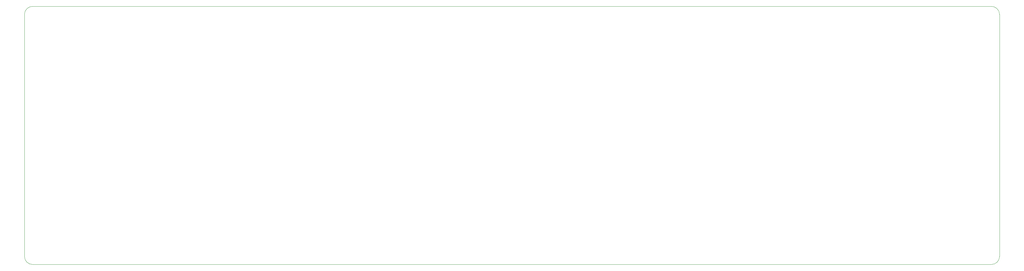
<source format=gm1>
%TF.GenerationSoftware,KiCad,Pcbnew,5.1.6*%
%TF.CreationDate,2020-06-24T16:04:00+02:00*%
%TF.ProjectId,cheap_boi,63686561-705f-4626-9f69-2e6b69636164,rev?*%
%TF.SameCoordinates,Original*%
%TF.FileFunction,Profile,NP*%
%FSLAX46Y46*%
G04 Gerber Fmt 4.6, Leading zero omitted, Abs format (unit mm)*
G04 Created by KiCad (PCBNEW 5.1.6) date 2020-06-24 16:04:00*
%MOMM*%
%LPD*%
G01*
G04 APERTURE LIST*
%TA.AperFunction,Profile*%
%ADD10C,0.050000*%
%TD*%
G04 APERTURE END LIST*
D10*
X347662500Y-33337500D02*
X65087500Y-33337500D01*
X350043750Y-107156250D02*
X350043750Y-35718750D01*
X65087500Y-109537500D02*
X347662500Y-109537500D01*
X62706250Y-35718750D02*
X62706250Y-107156250D01*
X65087500Y-109537500D02*
G75*
G02*
X62706250Y-107156250I0J2381250D01*
G01*
X350043750Y-107156250D02*
G75*
G02*
X347662500Y-109537500I-2381250J0D01*
G01*
X347662500Y-33337500D02*
G75*
G02*
X350043750Y-35718750I0J-2381250D01*
G01*
X62706250Y-35718750D02*
G75*
G02*
X65087500Y-33337500I2381250J0D01*
G01*
M02*

</source>
